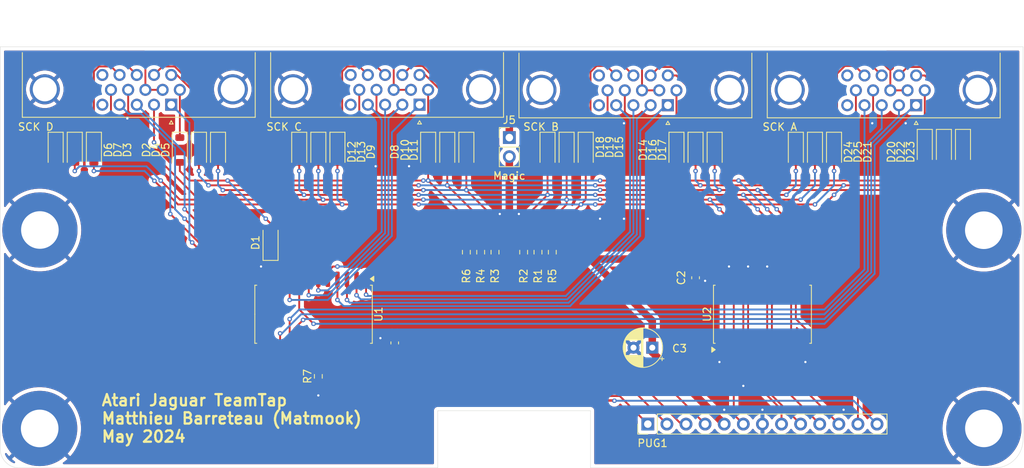
<source format=kicad_pcb>
(kicad_pcb (version 20240108) (generator "pcbnew") (generator_version "8.0")
  (layers (0 "F.Cu" signal) (31 "B.Cu" signal) (34 "B.Paste" user) (35 "F.Paste" user) (36 "B.SilkS" user "B.Silkscreen") (37 "F.SilkS" user "F.Silkscreen") (38 "B.Mask" user) (39 "F.Mask" user) (44 "Edge.Cuts" user))
  (net 0 "")
  (net 1 "/~{COL4D}")
  (net 2 "Net-(D6-K)")
  (net 3 "Net-(D5-K)")
  (net 4 "Net-(D3-K)")
  (net 5 "Net-(D2-K)")
  (net 6 "Net-(D4-K)")
  (net 7 "+5V")
  (net 8 "/VDDPAD")
  (net 9 "/~{COL3D}")
  (net 10 "/~{COL2D}")
  (net 12 "GND")
  (net 14 "/~{COL1D}")
  (net 15 "Net-(D7-K)")
  (net 16 "/COL1")
  (net 17 "/ROW3")
  (net 18 "/ROW2")
  (net 19 "/ROW4")
  (net 20 "/ROW5")
  (net 21 "/COL3")
  (net 22 "/COL2")
  (net 23 "/ROW1")
  (net 24 "/COL4")
  (net 25 "/ROW6")
  (net 26 "/~{COL1B}")
  (net 27 "/~{COL3C}")
  (net 28 "/~{COL2A}")
  (net 29 "/~{COL1C}")
  (net 30 "/~{COL4A}")
  (net 31 "/~{COL2C}")
  (net 34 "/~{COL2B}")
  (net 41 "/~{COL1A}")
  (net 42 "/~{MUX_ENABLE}")
  (net 43 "/~{COL3B}")
  (net 44 "/~{COL3A}")
  (net 45 "/~{COL4B}")
  (net 46 "/~{COL4C}")
  (net 47 "Net-(D12-K)")
  (net 48 "Net-(D13-K)")
  (net 49 "Net-(D9-K)")
  (net 50 "/PU1")
  (net 51 "/PU2")
  (net 52 "/PU3")
  (net 53 "/PU4")
  (net 54 "/PU5")
  (net 55 "/PU6")
  (net 56 "Net-(D11-K)")
  (net 57 "Net-(D10-K)")
  (net 58 "Net-(D8-K)")
  (net 59 "Net-(D18-K)")
  (net 60 "Net-(D17-K)")
  (net 61 "Net-(D14-K)")
  (net 62 "Net-(D19-K)")
  (net 63 "Net-(D15-K)")
  (net 64 "Net-(D16-K)")
  (net 65 "Net-(D20-K)")
  (net 66 "Net-(D25-K)")
  (net 67 "Net-(D23-K)")
  (net 68 "Net-(D22-K)")
  (net 69 "Net-(D24-K)")
  (net 70 "Net-(D21-K)")
  (footprint "Diode_SMD:D_SOD-123" (layer "F.Cu") (at 217.17 107.95 -90)
    (property "Reference" "D22")
    (property "Value" "D" (hide yes))
  )
  (footprint "Resistor_SMD:R_0603_1608Metric_Pad0.98x0.95mm_HandSolder" (layer "F.Cu") (at 161.29 121.92 90)
    (property "Reference" "R2")
    (property "Value" "4.7K" (hide yes))
  )
  (footprint "Diode_SMD:D_SOD-123" (layer "F.Cu") (at 164.465 108.33 -90)
    (property "Reference" "D18")
    (property "Value" "D" (hide yes))
  )
  (footprint "Diode_SMD:D_SOD-123" (layer "F.Cu") (at 136.525 108.33 -90)
    (property "Reference" "D9")
    (property "Value" "D" (hide yes))
  )
  (footprint "Diode_SMD:D_SOD-123" (layer "F.Cu") (at 104.14 108.33 -90)
    (property "Reference" "D3")
    (property "Value" "D" (hide yes))
  )
  (footprint "Diode_SMD:D_SOD-123" (layer "F.Cu") (at 120.65 108.33 -90)
    (property "Reference" "D5")
    (property "Value" "D" (hide yes))
  )
  (footprint "Capacitor_THT:CP_Radial_D5.0mm_P2.50mm" (layer "F.Cu") (at 178.395 134.62 180)
    (property "Reference" "C3")
    (property "Value" "4.7µF" (hide yes))
  )
  (footprint "Diode_SMD:D_SOD-123" (layer "F.Cu") (at 181.61 108.33 -90)
    (property "Reference" "D14")
    (property "Value" "D" (hide yes))
  )
  (footprint "Diode_SMD:D_SOD-123" (layer "F.Cu") (at 200.025 108.33 -90)
    (property "Reference" "D25")
    (property "Value" "D" (hide yes))
  )
  (footprint "Diode_SMD:D_SOD-123" (layer "F.Cu") (at 133.985 108.33 -90)
    (property "Reference" "D13")
    (property "Value" "D" (hide yes))
  )
  (footprint "Diode_SMD:D_SOD-123" (layer "F.Cu") (at 184.15 108.33 -90)
    (property "Reference" "D16")
    (property "Value" "D" (hide yes))
  )
  (footprint "Connector_PinHeader_2.54mm:PinHeader_1x13_P2.54mm_Vertical" (layer "F.Cu") (at 177.8 144.78 90)
    (property "Reference" "PUG1")
    (property "Value" "Conn_01x13" (hide yes))
  )
  (footprint "Diode_SMD:D_SOD-123" (layer "F.Cu") (at 118.11 108.33 -90)
    (property "Reference" "D4")
    (property "Value" "D" (hide yes))
  )
  (footprint "Diode_SMD:D_SOD-123" (layer "F.Cu") (at 214.63 107.95 -90)
    (property "Reference" "D20")
    (property "Value" "D" (hide yes))
  )
  (footprint "Resistor_SMD:R_0603_1608Metric_Pad0.98x0.95mm_HandSolder" (layer "F.Cu") (at 155.575 121.92 90)
    (property "Reference" "R4")
    (property "Value" "4.7K" (hide yes))
  )
  (footprint "Diode_SMD:D_SOD-123" (layer "F.Cu") (at 219.71 107.95 -90)
    (property "Reference" "D23")
    (property "Value" "D" (hide yes))
  )
  (footprint "Resistor_SMD:R_0603_1608Metric_Pad0.98x0.95mm_HandSolder" (layer "F.Cu") (at 163.195 121.92 90)
    (property "Reference" "R1")
    (property "Value" "4.7K" (hide yes))
  )
  (footprint "Connector_Dsub:DSUB-15-HD_Male_Horizontal_P2.29x1.98mm_EdgePinOffset3.03mm_Housed_MountingHolesOffset4.94mm" (layer "F.Cu") (at 213.485 102.38 180)
    (property "Reference" "J4" (hide yes))
    (property "Value" "SCK A")
  )
  (footprint "Connector_PinHeader_2.54mm:PinHeader_1x02_P2.54mm_Vertical" (layer "F.Cu") (at 159.385 106.68)
    (property "Reference" "J5")
    (property "Value" "Magic")
  )
  (footprint "Capacitor_SMD:C_0603_1608Metric_Pad1.08x0.95mm_HandSolder" (layer "F.Cu") (at 144.145 133.985 90)
    (property "Reference" "C1" (hide yes))
    (property "Value" "100nF" (hide yes))
  )
  (footprint "Diode_SMD:D_SOD-123" (layer "F.Cu") (at 131.445 108.33 -90)
    (property "Reference" "D12")
    (property "Value" "D" (hide yes))
  )
  (footprint "Connector_Dsub:DSUB-15-HD_Male_Horizontal_P2.29x1.98mm_EdgePinOffset3.03mm_Housed_MountingHolesOffset4.94mm" (layer "F.Cu") (at 180.465 102.38 180)
    (property "Reference" "J3" (hide yes))
    (property "Value" "SCK B")
  )
  (footprint "Resistor_SMD:R_0603_1608Metric_Pad0.98x0.95mm_HandSolder" (layer "F.Cu") (at 133.985 138.43 90)
    (property "Reference" "R7")
    (property "Value" "1K" (hide yes))
  )
  (footprint "Diode_SMD:D_SOD-123" (layer "F.Cu") (at 169.545 108.33 -90)
    (property "Reference" "D15")
    (property "Value" "D" (hide yes))
  )
  (footprint "Diode_SMD:D_SOD-123" (layer "F.Cu") (at 153.67 108.33 -90)
    (property "Reference" "D11")
    (property "Value" "D" (hide yes))
  )
  (footprint "Diode_SMD:D_SOD-123" (layer "F.Cu") (at 167.005 108.33 -90)
    (property "Reference" "D19")
    (property "Value" "D" (hide yes))
  )
  (footprint "Diode_SMD:D_SOD-123" (layer "F.Cu") (at 101.6 108.33 -90)
    (property "Reference" "D7")
    (property "Value" "D" (hide yes))
  )
  (footprint "Diode_SMD:D_SOD-123" (layer "F.Cu") (at 127.635 120.65 90)
    (property "Reference" "D1")
    (property "Value" "D" (hide yes))
  )
  (footprint "Connector_Dsub:DSUB-15-HD_Male_Horizontal_P2.29x1.98mm_EdgePinOffset3.03mm_Housed_MountingHolesOffset4.94mm" (layer "F.Cu") (at 114.425 102.31 180)
    (property "Reference" "J1" (hide yes))
    (property "Value" "SCK D")
  )
  (footprint "MountingHole:MountingHole_5mm_Pad_TopBottom" (layer "F.Cu") (at 96.96 118.97)
    (property "Reference" "H2" (hide yes))
    (property "Value" "MountingHole_Pad" (hide yes))
  )
  (footprint "Package_SO:SOIC-20W_7.5x12.8mm_P1.27mm" (layer "F.Cu") (at 193.04 130.175 90)
    (property "Reference" "U2")
    (property "Value" "74HC244")
  )
  (footprint "Diode_SMD:D_SOD-123" (layer "F.Cu") (at 148.59 108.33 -90)
    (property "Reference" "D8")
    (property "Value" "D" (hide yes))
  )
  (footprint "Diode_SMD:D_SOD-123" (layer "F.Cu") (at 99.06 108.33 -90)
    (property "Reference" "D6")
    (property "Value" "D" (hide yes))
  )
  (footprint "MountingHole:MountingHole_5mm_Pad_TopBottom" (layer "F.Cu") (at 222.49 145.35)
    (property "Reference" "H4" (hide yes))
    (property "Value" "MountingHole_Pad" (hide yes))
  )
  (footprint "Resistor_SMD:R_0603_1608Metric_Pad0.98x0.95mm_HandSolder" (layer "F.Cu") (at 153.67 121.92 90)
    (property "Reference" "R6")
    (property "Value" "4.7K" (hide yes))
  )
  (footprint "Resistor_SMD:R_0603_1608Metric_Pad0.98x0.95mm_HandSolder" (layer "F.Cu") (at 165.1 121.92 90)
    (property "Reference" "R5")
    (property "Value" "4.7K" (hide yes))
  )
  (footprint "Diode_SMD:D_SOD-123" (layer "F.Cu") (at 151.13 108.33 -90)
    (property "Reference" "D10")
    (property "Value" "D" (hide yes))
  )
  (footprint "MountingHole:MountingHole_5mm_Pad_TopBottom" (layer "F.Cu") (at 222.48 119)
    (property "Reference" "H3" (hide yes))
    (property "Value" "MountingHole_Pad" (hide yes))
  )
  (footprint "Connector_Dsub:DSUB-15-HD_Male_Horizontal_P2.29x1.98mm_EdgePinOffset3.03mm_Housed_MountingHolesOffset4.94mm" (layer "F.Cu") (at 147.445 102.31 180)
    (property "Reference" "J2" (hide yes))
    (property "Value" "SCK C")
  )
  (footprint "Diode_SMD:D_SOD-123" (layer "F.Cu") (at 202.565 108.33 -90)
    (property "Reference" "D21")
    (property "Value" "D" (hide yes))
  )
  (footprint "Resistor_SMD:R_0603_1608Metric_Pad0.98x0.95mm_HandSolder" (layer "F.Cu") (at 157.48 121.92 90)
    (property "Reference" "R3")
    (property "Value" "4.7K" (hide yes))
  )
  (footprint "MountingHole:MountingHole_5mm_Pad_TopBottom" (layer "F.Cu") (at 96.93 145.36)
    (property "Reference" "H1" (hide yes))
    (property "Value" "MountingHole_Pad" (hide yes))
  )
  (footprint "Package_SO:SOIC-24W_7.5x15.4mm_P1.27mm" (layer "F.Cu") (at 133.35 130.175 -90)
    (property "Reference" "U1")
    (property "Value" "74154")
  )
  (footprint "Diode_SMD:D_SOD-123" (layer "F.Cu") (at 186.69 108.33 -90)
    (property "Reference" "D17")
    (property "Value" "D" (hide yes))
  )
  (footprint "Capacitor_SMD:C_0603_1608Metric_Pad1.08x0.95mm_HandSolder" (layer "F.Cu") (at 184.15 125.3225 -90)
    (property "Reference" "C2")
    (property "Value" "100nF" (hide yes))
  )
  (footprint "Diode_SMD:D_SOD-123" (layer "F.Cu") (at 197.485 108.33 -90)
    (property "Reference" "D24")
    (property "Value" "D" (hide yes))
  )
  (footprint "Diode_SMD:D_SOD-123" (layer "F.Cu") (at 115.57 108.33 -90)
    (property "Reference" "D2")
    (property "Value" "D" (hide yes))
  )
  (gr_arc (start 227.699923 146.800923) (mid 226.584 149.495) (end 223.889923 150.610923) (stroke (width 0.05)) (layer "Edge.Cuts"))
  (gr_line (start 94.230051 150.608949) (end 149.86 150.61) (stroke (width 0.05)) (layer "Edge.Cuts"))
  (gr_line (start 170.18 150.61) (end 170.18 143.002) (stroke (width 0.05)) (layer "Edge.Cuts"))
  (gr_line (start 227.699923 146.800923) (end 227.694 94.615) (stroke (width 0.05)) (layer "Edge.Cuts"))
  (gr_line (start 91.694 94.615) (end 91.690051 148.068949) (stroke (width 0.05)) (layer "Edge.Cuts"))
  (gr_line (start 170.18 150.61) (end 223.889923 150.610923) (stroke (width 0.05)) (layer "Edge.Cuts"))
  (gr_line (start 170.18 143.002) (end 149.86 143.002) (stroke (width 0.05)) (layer "Edge.Cuts"))
  (gr_line (start 227.694 94.615) (end 91.694 94.615) (stroke (width 0.05)) (layer "Edge.Cuts"))
  (gr_line (start 149.86 143.002) (end 149.86 150.61) (stroke (width 0.05)) (layer "Edge.Cuts"))
  (gr_arc (start 94.230051 150.608949) (mid 92.434 149.865) (end 91.690051 148.068949) (stroke (width 0.05)) (layer "Edge.Cuts"))
  (gr_text "Atari Jaguar TeamTap\nMatthieu Barreteau (Matmook)\nMay 2024 " (at 105.029 147.32 0) (layer "F.SilkS") (effects (font (size 1.5 1.5) (thickness 0.3) (bold yes)) (justify left bottom)))
  (segment (start 125.73 127) (end 126.365 127) (width 0.25) (layer "F.Cu") (net 1))
  (segment (start 128.905 125.525) (end 128.905 126.549999) (width 0.25) (layer "F.Cu") (net 1))
  (segment (start 116.205 117.475) (end 125.73 127) (width 0.25) (layer "F.Cu") (net 1))
  (segment (start 128.905 126.549999) (end 128.454999 127) (width 0.25) (layer "F.Cu") (net 1))
  (segment (start 128.454999 127) (end 126.365 127) (width 0.25) (layer "F.Cu") (net 1))
  (via (at 116.205 117.475) (size 0.6) (drill 0.3) (layers "F.Cu" "B.Cu") (net 1))
  (segment (start 116.205 117.475) (end 114.935 116.205) (width 0.25) (layer "B.Cu") (net 1))
  (segment (start 114.935 116.205) (end 114.935 108.036396) (width 0.25) (layer "B.Cu") (net 1))
  (segment (start 114.935 108.036396) (end 110.413604 103.515) (width 0.25) (layer "B.Cu") (net 1))
  (segment (start 108.76 103.515) (end 107.555 102.31) (width 0.25) (layer "B.Cu") (net 1))
  (segment (start 110.413604 103.515) (end 108.76 103.515) (width 0.25) (layer "B.Cu") (net 1))
  (segment (start 99.06 105.595) (end 103.69 100.965) (width 0.25) (layer "F.Cu") (net 2))
  (segment (start 108.27 96.775) (end 109.845 98.35) (width 0.25) (layer "F.Cu") (net 2))
  (segment (start 103.69 100.965) (end 103.69 97.697612) (width 0.25) (layer "F.Cu") (net 2))
  (segment (start 99.06 106.68) (end 99.06 105.595) (width 0.25) (layer "F.Cu") (net 2))
  (segment (start 103.69 97.697612) (end 104.612612 96.775) (width 0.25) (layer "F.Cu") (net 2))
  (segment (start 104.612612 96.775) (end 108.27 96.775) (width 0.25) (layer "F.Cu") (net 2))
  (segment (start 113.26 97.225) (end 112.135 98.35) (width 0.25) (layer "F.Cu") (net 3))
  (segment (start 120.65 106.3) (end 120.65 102.984009) (width 0.25) (layer "F.Cu") (net 3))
  (segment (start 114.890991 97.225) (end 113.26 97.225) (width 0.25) (layer "F.Cu") (net 3))
  (segment (start 120.65 102.984009) (end 114.890991 97.225) (width 0.25) (layer "F.Cu") (net 3))
  (segment (start 106.41 104.41) (end 106.41 100.33) (width 0.25) (layer "F.Cu") (net 4))
  (segment (start 104.14 106.68) (end 106.41 104.41) (width 0.25) (layer "F.Cu") (net 4))
  (segment (start 115.57 106.3) (end 115.57 100.33) (width 0.25) (layer "F.Cu") (net 5))
  (segment (start 115.180991 98.35) (end 114.425 98.35) (width 0.25) (layer "F.Cu") (net 6))
  (segment (start 118.11 101.279009) (end 115.180991 98.35) (width 0.25) (layer "F.Cu") (net 6))
  (segment (start 118.11 106.3) (end 118.11 101.279009) (width 0.25) (layer "F.Cu") (net 6))
  (segment (start 166.37 122.8325) (end 167.005 122.8325) (width 1) (layer "F.Cu") (net 7))
  (segment (start 187.96 144.78) (end 181.61 138.43) (width 1) (layer "F.Cu") (net 7))
  (segment (start 178.395 135.215) (end 178.395 133.985) (width 1) (layer "F.Cu") (net 7))
  (segment (start 143.94 138.43) (end 140.335 134.825) (width 1) (layer "F.Cu") (net 7))
  (segment (start 181.61 138.43) (end 143.94 138.43) (width 1) (layer "F.Cu") (net 7))
  (segment (start 178.395 131.0475) (end 170.18 122.8325) (width 1) (layer "F.Cu") (net 7))
  (segment (start 168.275 122.8325) (end 170.18 122.8325) (width 1) (layer "F.Cu") (net 7))
  (segment (start 184.15 123.825) (end 184.8875 123.0875) (width 1) (layer "F.Cu") (net 7))
  (segment (start 187.325 125.525) (end 185.84 124.04) (width 0.25) (layer "F.Cu") (net 7))
  (segment (start 167.005 122.8325) (end 166.6475 122.8325) (width 1) (layer "F.Cu") (net 7))
  (segment (start 184.6325 122.8325) (end 170.18 122.8325) (width 1) (layer "F.Cu") (net 7))
  (segment (start 140.3575 134.8475) (end 140.335 134.825) (width 1) (layer "F.Cu") (net 7))
  (segment (start 185.84 124.04) (end 185.5225 123.7225) (width 1) (layer "F.Cu") (net 7))
  (segment (start 153.67 122.8325) (end 159.385 122.8325) (width 1) (layer "F.Cu") (net 7))
  (segment (start 178.395 133.985) (end 178.395 131.0475) (width 1) (layer "F.Cu") (net 7))
  (segment (start 184.8875 123.0875) (end 184.6325 122.8325) (width 1) (layer "F.Cu") (net 7))
  (segment (start 181.61 138.43) (end 178.395 135.215) (width 1) (layer "F.Cu") (net 7))
  (segment (start 159.385 109.22) (end 159.385 122.8325) (width 1) (layer "F.Cu") (net 7))
  (segment (start 159.385 122.8325) (end 166.37 122.8325) (width 1) (layer "F.Cu") (net 7))
  (segment (start 185.5225 123.7225) (end 184.8875 123.0875) (width 1) (layer "F.Cu") (net 7))
  (segment (start 144.145 134.8475) (end 140.3575 134.8475) (width 1) (layer "F.Cu") (net 7))
  (segment (start 184.15 124.46) (end 184.15 123.825) (width 1) (layer "F.Cu") (net 7))
  (segment (start 167.005 122.8325) (end 168.275 122.8325) (width 1) (layer "F.Cu") (net 7))
  (segment (start 210.05 100.4) (end 212.34 100.4) (width 0.25) (layer "F.Cu") (net 8))
  (segment (start 176.525 95.88) (end 177.165 96.52) (width 1) (layer "F.Cu") (net 8))
  (segment (start 177.03 96.655) (end 177.165 96.52) (width 0.25) (layer "F.Cu") (net 8))
  (segment (start 159.385 97.663) (end 161.168 95.88) (width 1) (layer "F.Cu") (net 8))
  (segment (start 177.03 100.4) (end 177.03 96.655) (width 0.25) (layer "F.Cu") (net 8))
  (segment (start 208.648 95.88) (end 210.05 97.282) (width 1) (layer "F.Cu") (net 8))
  (segment (start 110.99 100.33) (end 113.28 100.33) (width 0.25) (layer "F.Cu") (net 8))
  (segment (start 161.168 95.88) (end 176.525 95.88) (width 1) (layer "F.Cu") (net 8))
  (segment (start 110.99 100.33) (end 110.99 96.655) (width 0.25) (layer "F.Cu") (net 8))
  (segment (start 210.23 100.4) (end 210.75 100.4) (width 0.25) (layer "F.Cu") (net 8))
  (segment (start 177.165 96.52) (end 177.805 95.88) (width 1) (layer "F.Cu") (net 8))
  (segment (start 157.672 95.95) (end 159.385 97.663) (width 1) (layer "F.Cu") (net 8))
  (segment (start 177.03 100.4) (end 179.32 100.4) (width 0.25) (layer "F.Cu") (net 8))
  (segment (start 110.99 96.655) (end 111.125 96.52) (width 0.25) (layer "F.Cu") (net 8))
  (segment (start 210.05 100.4) (end 210.05 97.282) (width 0.25) (layer "F.Cu") (net 8))
  (segment (start 159.385 106.045) (end 159.385 97.663) (width 1) (layer "F.Cu") (net 8))
  (segment (start 111.125 96.52) (end 111.695 95.95) (width 1) (layer "F.Cu") (net 8))
  (segment (start 144.01 100.33) (end 144.01 96.385) (width 0.25) (layer "F.Cu") (net 8))
  (segment (start 177.805 95.88) (end 208.648 95.88) (width 1) (layer "F.Cu") (net 8))
  (segment (start 144.01 100.33) (end 146.3 100.33) (width 0.25) (layer "F.Cu") (net 8))
  (segment (start 111.695 95.95) (end 157.672 95.95) (width 1) (layer "F.Cu") (net 8))
  (segment (start 122.3 122.3) (end 116.205 116.205) (width 0.25) (layer "F.Cu") (net 9))
  (segment (start 127.635 122.3) (end 122.3 122.3) (width 0.25) (layer "F.Cu") (net 9))
  (segment (start 127.635 125.525) (end 127.635 122.3) (width 0.25) (layer "F.Cu") (net 9))
  (via (at 116.205 116.205) (size 0.6) (drill 0.3) (layers "F.Cu" "B.Cu") (net 9))
  (segment (start 116.205 116.205) (end 116.205 108.67) (width 0.25) (layer "B.Cu") (net 9))
  (segment (start 112.9875 105.4525) (end 109.845 102.31) (width 0.25) (layer "B.Cu") (net 9))
  (segment (start 116.205 108.67) (end 112.9875 105.4525) (width 0.25) (layer "B.Cu") (net 9))
  (segment (start 127.635 130.175) (end 114.3 116.84) (width 0.25) (layer "F.Cu") (net 10))
  (segment (start 127.635 134.825) (end 127.635 130.175) (width 0.25) (layer "F.Cu") (net 10))
  (segment (start 112.135 107.315) (end 112.135 102.31) (width 0.25) (layer "F.Cu") (net 10))
  (via (at 112.135 107.315) (size 0.6) (drill 0.3) (layers "F.Cu" "B.Cu") (net 10))
  (via (at 114.3 116.84) (size 0.6) (drill 0.3) (layers "F.Cu" "B.Cu") (net 10))
  (segment (start 114.3 109.48) (end 112.135 107.315) (width 0.25) (layer "B.Cu") (net 10))
  (segment (start 114.3 116.84) (end 114.3 109.48) (width 0.25) (layer "B.Cu") (net 10))
  (segment (start 187.325 134.825) (end 187.325 136.525) (width 0.25) (layer "F.Cu") (net 12))
  (segment (start 141.605 110.49) (end 141.72 110.375) (width 0.25) (layer "F.Cu") (net 12))
  (segment (start 126.365 125.525) (end 126.365 123.825) (width 0.25) (layer "F.Cu") (net 12))
  (segment (start 108.7 104.025) (end 108.585 104.14) (width 0.25) (layer "F.Cu") (net 12))
  (segment (start 141.605 110.49) (end 146.05 110.49) (width 1) (layer "F.Cu") (net 12))
  (segment (start 174.74 104.66) (end 174.625 104.775) (width 0.25) (layer "F.Cu") (net 12))
  (segment (start 171.45 117.475) (end 174.625 117.475) (width 1) (layer "F.Cu") (net 12))
  (segment (start 174.625 117.475) (end 177.8 117.475) (width 1) (layer "F.Cu") (net 12))
  (segment (start 184.15 126.185) (end 184.965 126.185) (width 1) (layer "F.Cu") (net 12))
  (segment (start 133.985 139.3425) (end 133.985 140.97) (width 0.25) (layer "F.Cu") (net 12))
  (segment (start 108.7 100.33) (end 108.7 104.025) (width 0.25) (layer "F.Cu") (net 12))
  (segment (start 188.595 125.525) (end 188.595 123.825) (width 0.25) (layer "F.Cu") (net 12))
  (segment (start 184.965 126.185) (end 185.42 125.73) (width 1) (layer "F.Cu") (net 12))
  (segment (start 174.74 100.4) (end 174.74 104.66) (width 0.25) (layer "F.Cu") (net 12))
  (segment (start 207.76 100.4) (end 207.76 104.66) (width 0.25) (layer "F.Cu") (net 12))
  (segment (start 141.72 110.375) (end 141.72 100.33) (width 0.25) (layer "F.Cu") (net 12))
  (segment (start 144.145 133.1225) (end 142.4675 133.1225) (width 1) (layer "F.Cu") (net 12))
  (segment (start 193.675 125.525) (end 193.675 123.825) (width 0.25) (layer "F.Cu") (net 12))
  (segment (start 142.4675 133.1225) (end 142.24 133.35) (width 1) (layer "F.Cu") (net 12))
  (segment (start 198.755 134.825) (end 198.755 136.525) (width 0.25) (layer "F.Cu") (net 12))
  (segment (start 207.645 104.775) (end 212.09 104.775) (width 1) (layer "F.Cu") (net 12))
  (segment (start 207.76 104.66) (end 207.645 104.775) (width 0.25) (layer "F.Cu") (net 12))
  (segment (start 191.135 125.525) (end 191.135 123.825) (width 0.25) (layer "F.Cu") (net 12))
  (via (at 158.115 116.84) (size 0.6) (drill 0.3) (layers "F.Cu" "B.Cu") (net 12))
  (via (at 108.585 104.14) (size 0.6) (drill 0.3) (layers "F.Cu" "B.Cu") (net 12))
  (via (at 191.135 123.825) (size 0.6) (drill 0.3) (layers "F.Cu" "B.Cu") (net 12))
  (via (at 174.625 104.775) (size 0.6) (drill 0.3) (layers "F.Cu" "B.Cu") (net 12))
  (via (at 193.04 142.875) (size 0.6) (drill 0.3) (layers "F.Cu" "B.Cu") (net 12))
  (via (at 187.325 136.525) (size 0.6) (drill 0.3) (layers "F.Cu" "B.Cu") (net 12))
  (via (at 126.365 123.825) (size 0.6) (drill 0.3) (layers "F.Cu" "B.Cu") (net 12))
  (via (at 187.96 142.875) (size 0.6) (drill 0.3) (layers "F.Cu" "B.Cu") (net 12))
  (via (at 174.625 117.475) (size 0.6) (drill 0.3) (layers "F.Cu" "B.Cu") (net 12))
  (via (at 207.645 104.775) (size 0.6) (drill 0.3) (layers "F.Cu" "B.Cu") (net 12))
  (via (at 193.675 123.825) (size 0.6) (drill 0.3) (layers "F.Cu" "B.Cu") (net 12))
  (via (at 188.595 123.825) (size 0.6) (drill 0.3) (layers "F.Cu" "B.Cu") (net 12))
  (via (at 141.605 110.49) (size 0.6) (drill 0.3) (layers "F.Cu" "B.Cu") (net 12))
  (via (at 177.8 117.475) (size 0.6) (drill 0.3) (layers "F.Cu" "B.Cu") (net 12))
  (via (at 160.655 116.84) (size 0.6) (drill 0.3) (layers "F.Cu" "B.Cu") (net 12))
  (via (at 185.42 125.73) (size 0.6) (drill 0.3) (layers "F.Cu" "B.Cu") (net 12))
  (via (at 190.5 139.7) (size 0.6) (drill 0.3) (layers "F.Cu" "B.Cu") (net 12))
  (via (at 142.24 133.35) (size 0.6) (drill 0.3) (layers "F.Cu" "B.Cu") (net 12))
  (via (at 212.09 104.775) (size 0.6) (drill 0.3) (layers "F.Cu" "B.Cu") (net 12))
  (via (at 171.45 117.475) (size 0.6) (drill 0.3) (layers "F.Cu" "B.Cu") (net 12))
  (via (at 203.835 142.875) (size 0.6) (drill 0.3) (layers "F.Cu" "B.Cu") (net 12))
  (via (at 198.755 136.525) (size 0.6) (drill 0.3) (layers "F.Cu" "B.Cu") (net 12))
  (via (at 146.05 110.49) (size 0.6) (drill 0.3) (layers "F.Cu" "B.Cu") (net 12))
  (via (at 133.985 140.97) (size 0.6) (drill 0.3) (layers "F.Cu" "B.Cu") (net 12))
  (segment (start 117.210535 120.634419) (end 125.095698 128.519582) (width 0.25) (layer "F.Cu") (net 14))
  (segment (start 125.095698 128.519582) (end 125.095698 135.256606) (width 0.25) (layer "F.Cu") (net 14))
  (segment (start 125.095698 135.256606) (end 126.464092 136.625) (width 0.25) (layer "F.Cu") (net 14))
  (segment (start 131.445 135.892304) (end 131.445 134.825) (width 0.25) (layer "F.Cu") (net 14))
  (segment (start 126.464092 136.625) (end 130.712304 136.625) (width 0.25) (layer "F.Cu") (net 14))
  (segment (start 130.712304 136.625) (end 131.445 135.892304) (width 0.25) (layer "F.Cu") (net 14))
  (via (at 117.210535 120.634419) (size 0.6) (drill 0.3) (layers "F.Cu" "B.Cu") (net 14))
  (segment (start 116.84 104.725) (end 116.84 120.263884) (width 0.25) (layer "B.Cu") (net 14))
  (segment (start 114.425 102.31) (end 116.84 104.725) (width 0.25) (layer "B.Cu") (net 14))
  (segment (start 116.84 120.263884) (end 117.210535 120.634419) (width 0.25) (layer "B.Cu") (net 14))
  (segment (start 104.799009 97.225) (end 106.43 97.225) (width 0.25) (layer "F.Cu") (net 15))
  (segment (start 106.43 97.225) (end 107.555 98.35) (width 0.25) (layer "F.Cu") (net 15))
  (segment (start 104.14 97.88401) (end 104.504505 97.519505) (width 0.25) (layer "F.Cu") (net 15))
  (segment (start 104.504505 97.519505) (end 104.799009 97.225) (width 0.25) (layer "F.Cu") (net 15))
  (segment (start 101.6 106.68) (end 104.14 104.14) (width 0.25) (layer "F.Cu") (net 15))
  (segment (start 104.14 104.14) (end 104.14 97.88401) (width 0.25) (layer "F.Cu") (net 15))
  (segment (start 180.34 139.7) (end 185.42 144.78) (width 0.25) (layer "F.Cu") (net 16))
  (segment (start 139.065 135.849999) (end 142.915001 139.7) (width 0.25) (layer "F.Cu") (net 16))
  (segment (start 142.915001 139.7) (end 180.34 139.7) (width 0.25) (layer "F.Cu") (net 16))
  (segment (start 139.065 134.825) (end 139.065 135.849999) (width 0.25) (layer "F.Cu") (net 16))
  (segment (start 194.945 128.27) (end 194.945 125.525) (width 0.25) (layer "F.Cu") (net 17))
  (segment (start 194.3 128.915) (end 194.945 128.27) (width 0.25) (layer "F.Cu") (net 17))
  (segment (start 194.3 140.96) (end 194.3 128.915) (width 0.25) (layer "F.Cu") (net 17))
  (segment (start 198.12 144.78) (end 194.3 140.96) (width 0.25) (layer "F.Cu") (net 17))
  (segment (start 192.405 125.525) (end 192.405 126.549999) (width 0.25) (layer "F.Cu") (net 18))
  (segment (start 190.5 128.454999) (end 190.5 137.796396) (width 0.25) (layer "F.Cu") (net 18))
  (segment (start 192.405 126.549999) (end 190.5 128.454999) (width 0.25) (layer "F.Cu") (net 18))
  (segment (start 190.5 137.796396) (end 195.58 142.876396) (width 0.25) (layer "F.Cu") (net 18))
  (segment (start 195.58 142.876396) (end 195.58 144.78) (width 0.25) (layer "F.Cu") (net 18))
  (segment (start 194.945 139.065) (end 194.945 134.825) (width 0.25) (layer "F.Cu") (net 19))
  (segment (start 200.66 144.78) (end 194.945 139.065) (width 0.25) (layer "F.Cu") (net 19))
  (segment (start 203.2 144.78) (end 197.485 139.065) (width 0.25) (layer "F.Cu") (net 20))
  (segment (start 197.485 139.065) (end 197.485 134.825) (width 0.25) (layer "F.Cu") (net 20))
  (segment (start 136.525 135.849999) (end 136.525 134.825) (width 0.25) (layer "F.Cu") (net 21))
  (segment (start 180.34 144.78) (end 176.16 140.6) (width 0.25) (layer "F.Cu") (net 21))
  (segment (start 141.275001 140.6) (end 136.525 135.849999) (width 0.25) (layer "F.Cu") (net 21))
  (segment (start 176.16 140.6) (end 141.275001 140.6) (width 0.25) (layer "F.Cu") (net 21))
  (segment (start 182.88 144.78) (end 182.245 144.78) (width 0.25) (layer "F.Cu") (net 22))
  (segment (start 177.615 140.15) (end 142.095001 140.15) (width 0.25) (layer "F.Cu") (net 22))
  (segment (start 142.095001 140.15) (end 137.795 135.849999) (width 0.25) (layer "F.Cu") (net 22))
  (segment (start 137.795 135.849999) (end 137.795 134.825) (width 0.25) (layer "F.Cu") (net 22))
  (segment (start 182.245 144.78) (end 177.615 140.15) (width 0.25) (layer "F.Cu") (net 22))
  (segment (start 189.23 143.51) (end 189.23 126.16) (width 0.25) (layer "F.Cu") (net 23))
  (segment (start 189.23 126.16) (end 189.865 125.525) (width 0.25) (layer "F.Cu") (net 23))
  (segment (start 190.5 144.78) (end 189.23 143.51) (width 0.25) (layer "F.Cu") (net 23))
  (segment (start 174.07 141.05) (end 141.049092 141.05) (width 0.25) (layer "F.Cu") (net 24))
  (segment (start 177.8 144.78) (end 174.07 141.05) (width 0.25) (layer "F.Cu") (net 24))
  (segment (start 135.255 135.255908) (end 135.255 134.825) (width 0.25) (layer "F.Cu") (net 24))
  (segment (start 141.049092 141.05) (end 135.255 135.255908) (width 0.25) (layer "F.Cu") (net 24))
  (segment (start 197.485 130.81) (end 197.485 125.525) (width 0.25) (layer "F.Cu") (net 25))
  (segment (start 205.74 139.065) (end 197.485 130.81) (width 0.25) (layer "F.Cu") (net 25))
  (segment (start 205.74 144.78) (end 205.74 139.065) (width 0.25) (layer "F.Cu") (net 25))
  (segment (start 136.525 128.27) (end 136.525 125.525) (width 0.25) (layer "F.Cu") (net 26))
  (via (at 136.525 128.27) (size 0.6) (drill 0.3) (layers "F.Cu" "B.Cu") (net 26))
  (segment (start 176.785 105.79) (end 176.785 119.76) (width 0.25) (layer "B.Cu") (net 26))
  (segment (start 180.465 102.38) (end 180.195 102.38) (width 0.25) (layer "B.Cu") (net 26))
  (segment (start 180.195 102.38) (end 176.785 105.79) (width 0.25) (layer "B.Cu") (net 26))
  (segment (start 176.785 119.76) (end 168.275 128.27) (width 0.25) (layer "B.Cu") (net 26))
  (segment (start 165.735 129.09) (end 137.345 129.09) (width 0.25) (layer "B.Cu") (net 26))
  (segment (start 137.345 129.09) (end 136.525 128.27) (width 0.25) (layer "B.Cu") (net 26))
  (segment (start 167.455 129.09) (end 165.735 129.09) (width 0.25) (layer "B.Cu") (net 26))
  (segment (start 168.275 128.27) (end 167.455 129.09) (width 0.25) (layer "B.Cu") (net 26))
  (segment (start 133.985 127) (end 133.985 125.525) (width 0.25) (layer "F.Cu") (net 27))
  (via (at 133.985 127) (size 0.6) (drill 0.3) (layers "F.Cu" "B.Cu") (net 27))
  (segment (start 142.865 119.387208) (end 142.865 102.31) (width 0.25) (layer "B.Cu") (net 27))
  (segment (start 133.985 127) (end 135.252208 127) (width 0.25) (layer "B.Cu") (net 27))
  (segment (start 135.252208 127) (end 142.865 119.387208) (width 0.25) (layer "B.Cu") (net 27))
  (segment (start 126.365 134.825) (end 126.365 135.255908) (width 0.25) (layer "F.Cu") (net 28))
  (segment (start 127.284092 136.175) (end 130.525908 136.175) (width 0.25) (layer "F.Cu") (net 28))
  (segment (start 126.365 135.255908) (end 127.284092 136.175) (width 0.25) (layer "F.Cu") (net 28))
  (segment (start 130.8 132.09) (end 131.955558 130.934442) (width 0.25) (layer "F.Cu") (net 28))
  (segment (start 130.525908 136.175) (end 130.8 135.900908) (width 0.25) (layer "F.Cu") (net 28))
  (segment (start 130.8 135.900908) (end 130.8 132.09) (width 0.25) (layer "F.Cu") (net 28))
  (via (at 131.955558 130.934442) (size 0.6) (drill 0.3) (layers "F.Cu" "B.Cu") (net 28))
  (segment (start 211.195 103.821396) (end 211.195 102.38) (width 0.25) (layer "B.Cu") (net 28))
  (segment (start 203.017792 129.09) (end 207.515 124.592792) (width 0.25) (layer "B.Cu") (net 28))
  (segment (start 132.08 130.81) (end 201.289036 130.81) (width 0.25) (layer "B.Cu") (net 28))
  (segment (start 207.515 124.592792) (end 207.515 107.501396) (width 0.25) (layer "B.Cu") (net 28))
  (segment (start 207.515 107.501396) (end 211.195 103.821396) (width 0.25) (layer "B.Cu") (net 28))
  (segment (start 203.009036 129.09) (end 203.017792 129.09) (width 0.25) (layer "B.Cu") (net 28))
  (segment (start 201.289036 130.81) (end 203.009036 129.09) (width 0.25) (layer "B.Cu") (net 28))
  (segment (start 130.175 128.27) (end 130.175 125.525) (width 0.25) (layer "F.Cu") (net 29))
  (via (at 130.175 128.27) (size 0.6) (drill 0.3) (layers "F.Cu" "B.Cu") (net 29))
  (segment (start 143.765 105.99) (end 143.765 119.76) (width 0.25) (layer "B.Cu") (net 29))
  (segment (start 143.765 119.76) (end 135.255 128.27) (width 0.25) (layer "B.Cu") (net 29))
  (segment (start 147.445 102.31) (end 143.765 105.99) (width 0.25) (layer "B.Cu") (net 29))
  (segment (start 135.255 128.27) (end 130.175 128.27) (width 0.25) (layer "B.Cu") (net 29))
  (segment (start 130.175 130.81) (end 130.175 134.825) (width 0.25) (layer "F.Cu") (net 30))
  (via (at 130.175 130.81) (size 0.6) (drill 0.3) (layers "F.Cu" "B.Cu") (net 30))
  (segment (start 206.615 124.22) (end 205.105 125.73) (width 0.25) (layer "B.Cu") (net 30))
  (segment (start 206.615 102.38) (end 206.615 124.22) (width 0.25) (layer "B.Cu") (net 30))
  (segment (start 205.105 125.73) (end 205.096244 125.73) (width 0.25) (layer "B.Cu") (net 30))
  (segment (start 201.286244 129.54) (end 131.445 129.54) (width 0.25) (layer "B.Cu") (net 30))
  (segment (start 205.096244 125.73) (end 201.286244 129.54) (width 0.25) (layer "B.Cu") (net 30))
  (segment (start 131.445 129.54) (end 130.175 130.81) (width 0.25) (layer "B.Cu") (net 30))
  (segment (start 132.715 124.597232) (end 132.715 125.525) (width 0.25) (layer "F.Cu") (net 31))
  (segment (start 132.715 127.635) (end 132.715 125.525) (width 0.25) (layer "F.Cu") (net 31))
  (via (at 132.715 127.635) (size 0.6) (drill 0.3) (layers "F.Cu" "B.Cu") (net 31))
  (segment (start 143.315 104.15) (end 143.315 119.573604) (width 0.25) (layer "B.Cu") (net 31))
  (segment (start 132.715698 127.634302) (end 132.715 127.635) (width 0.25) (layer "B.Cu") (net 31))
  (segment (start 145.155 102.31) (end 143.315 104.15) (width 0.25) (layer "B.Cu") (net 31))
  (segment (start 143.315 119.573604) (end 135.254302 127.634302) (width 0.25) (layer "B.Cu") (net 31))
  (segment (start 135.254302 127.634302) (end 132.715698 127.634302) (width 0.25) (layer "B.Cu") (net 31))
  (segment (start 177.945 102.38) (end 177.8 102.235) (width 0.25) (layer "F.Cu") (net 34))
  (segment (start 178.175 102.38) (end 177.945 102.38) (width 0.25) (layer "F.Cu") (net 34))
  (segment (start 137.795 128.27) (end 137.795 125.525) (width 0.25) (layer "F.Cu") (net 34))
  (via (at 137.795 128.27) (size 0.6) (drill 0.3) (layers "F.Cu" "B.Cu") (net 34))
  (segment (start 178.175 102.38) (end 176.335 104.22) (width 0.25) (layer "B.Cu") (net 34))
  (segment (start 176.335 104.22) (end 176.335 119.573604) (width 0.25) (layer "B.Cu") (net 34))
  (segment (start 176.335 119.573604) (end 167.268604 128.64) (width 0.25) (layer "B.Cu") (net 34))
  (segment (start 167.268604 128.64) (end 138.165 128.64) (width 0.25) (layer "B.Cu") (net 34))
  (segment (start 138.165 128.64) (end 137.795 128.27) (width 0.25) (layer "B.Cu") (net 34))
  (segment (start 131.445 125.525) (end 131.445 126.549999) (width 0.25) (layer "F.Cu") (net 41))
  (segment (start 133.35 131.445) (end 131.445 129.54) (width 0.25) (layer "F.Cu") (net 41))
  (segment (start 131.445 129.54) (end 131.445 125.525) (width 0.25) (layer "F.Cu") (net 41))
  (segment (start 213.485 102.745) (end 213.485 102.38) (width 0.25) (layer "F.Cu") (net 41))
  (via (at 133.35 131.445) (size 0.6) (drill 0.3) (layers "F.Cu" "B.Cu") (net 41))
  (segment (start 213.272792 102.38) (end 213.485 102.38) (width 0.25) (layer "B.Cu") (net 41))
  (segment (start 203.2 129.54) (end 203.204188 129.54) (width 0.25) (layer "B.Cu") (net 41))
  (segment (start 207.965 107.687792) (end 213.272792 102.38) (width 0.25) (layer "B.Cu") (net 41))
  (segment (start 203.204188 129.54) (end 207.965 124.779188) (width 0.25) (layer "B.Cu") (net 41))
  (segment (start 207.965 124.779188) (end 207.965 107.687792) (width 0.25) (layer "B.Cu") (net 41))
  (segment (start 201.295 131.445) (end 203.2 129.54) (width 0.25) (layer "B.Cu") (net 41))
  (segment (start 133.35 131.445) (end 201.295 131.445) (width 0.25) (layer "B.Cu") (net 41))
  (segment (start 172.085 141.605) (end 141.605 141.605) (width 0.25) (layer "F.Cu") (net 42))
  (segment (start 133.985 134.825) (end 133.985 137.5175) (width 0.25) (layer "F.Cu") (net 42))
  (segment (start 132.715 134.825) (end 133.985 134.825) (width 0.25) (layer "F.Cu") (net 42))
  (segment (start 173.355 141.675) (end 140.404092 141.675) (width 0.25) (layer "F.Cu") (net 42))
  (segment (start 139.699546 140.970454) (end 133.985 135.255908) (width 0.25) (layer "F.Cu") (net 42))
  (segment (start 173.285 141.605) (end 173.355 141.675) (width 0.25) (layer "F.Cu") (net 42))
  (segment (start 133.985 135.255908) (end 133.985 134.825) (width 0.25) (layer "F.Cu") (net 42))
  (segment (start 141.605 141.605) (end 140.334092 141.605) (width 0.25) (layer "F.Cu") (net 42))
  (segment (start 172.085 141.605) (end 173.285 141.605) (width 0.25) (layer "F.Cu") (net 42))
  (segment (start 140.334092 141.605) (end 139.699546 140.970454) (width 0.25) (layer "F.Cu") (net 42))
  (segment (start 140.404092 141.675) (end 139.699546 140.970454) (width 0.25) (layer "F.Cu") (net 42))
  (via (at 173.355 141.675) (size 0.6) (drill 0.3) (layers "F.Cu" "B.Cu") (net 42))
  (segment (start 208.28 144.78) (end 205.175 141.675) (width 0.25) (layer "B.Cu") (net 42))
  (segment (start 205.175 141.675) (end 173.355 141.675) (width 0.25) (layer "B.Cu") (net 42))
  (segment (start 139.065 125.525) (end 139.065 126.365) (width 0.25) (layer "F.Cu") (net 43))
  (segment (start 139.065 127.635) (end 139.065 125.525) (width 0.25) (layer "F.Cu") (net 43))
  (via (at 139.065 127.635) (size 0.6) (drill 0.3) (layers "F.Cu" "B.Cu") (net 43))
  (segment (start 167.321104 127.951104) (end 167.082208 128.19) (width 0.25) (layer "B.Cu") (net 43))
  (segment (start 175.885 119.387208) (end 167.321104 127.951104) (width 0.25) (layer "B.Cu") (net 43))
  (segment (start 143.51 128.19) (end 140.97 128.19) (width 0.25) (layer "B.Cu") (net 43))
  (segment (start 175.885 118.11) (end 175.885 116.84) (width 0.25) (layer "B.Cu") (net 43))
  (segment (start 175.885 102.38) (end 175.885 116.84) (width 0.25) (layer "B.Cu") (net 43))
  (segment (start 139.62 128.19) (end 139.065 127.635) (width 0.25) (layer "B.Cu") (net 43))
  (segment (start 140.97 128.19) (end 139.62 128.19) (width 0.25) (layer "B.Cu") (net 43))
  (segment (start 175.885 118.11) (end 175.885 119.387208) (width 0.25) (layer "B.Cu") (net 43))
  (segment (start 167.082208 128.19) (end 143.51 128.19) (width 0.25) (layer "B.Cu") (net 43))
  (segment (start 128.905 132.715) (end 128.905 134.825) (width 0.25) (layer "F.Cu") (net 44))
  (via (at 128.905 132.715) (size 0.6) (drill 0.3) (layers "F.Cu" "B.Cu") (net 44))
  (segment (start 131.693884 130.175) (end 201.28764 130.175) (width 0.25) (layer "B.Cu") (net 44))
  (segment (start 129.153884 132.715) (end 131.693884 130.175) (width 0.25) (layer "B.Cu") (net 44))
  (segment (start 203.19264 128.27) (end 203.201396 128.27) (width 0.25) (layer "B.Cu") (net 44))
  (segment (start 201.28764 130.175) (end 203.19264 128.27) (width 0.25) (layer "B.Cu") (net 44))
  (segment (start 128.905 132.715) (end 129.153884 132.715) (width 0.25) (layer "B.Cu") (net 44))
  (segment (start 203.201396 128.27) (end 207.065 124.406396) (width 0.25) (layer "B.Cu") (net 44))
  (segment (start 207.065 124.406396) (end 207.065 107.315) (width 0.25) (layer "B.Cu") (net 44))
  (segment (start 207.065 107.315) (end 208.905 105.475) (width 0.25) (layer "B.Cu") (net 44))
  (segment (start 208.905 105.475) (end 208.905 102.38) (width 0.25) (layer "B.Cu") (net 44))
  (segment (start 140.335 125.525) (end 140.335 126.365) (width 0.25) (layer "F.Cu") (net 45))
  (segment (start 140.335 127.565) (end 140.335 125.525) (width 0.25) (layer "F.Cu") (net 45))
  (via (at 140.335 127.565) (size 0.6) (drill 0.3) (layers "F.Cu" "B.Cu") (net 45))
  (segment (start 140.51 127.74) (end 140.335 127.565) (width 0.25) (layer "B.Cu") (net 45))
  (segment (start 175.435 104.22) (end 173.595 102.38) (width 0.25) (layer "B.Cu") (net 45))
  (segment (start 167.955406 126.680406) (end 166.895812 127.74) (width 0.25) (layer "B.Cu") (net 45))
  (segment (start 175.435 117.935) (end 175.435 119.200812) (width 0.25) (layer "B.Cu") (net 45))
  (segment (start 142.24 127.74) (end 140.51 127.74) (width 0.25) (layer "B.Cu") (net 45))
  (segment (start 166.895812 127.74) (end 164.465 127.74) (width 0.25) (layer "B.Cu") (net 45))
  (segment (start 164.465 127.74) (end 142.24 127.74) (width 0.25) (layer "B.Cu") (net 45))
  (segment (start 175.435 117.935) (end 175.435 104.22) (width 0.25) (layer "B.Cu") (net 45))
  (segment (start 175.435 119.200812) (end 167.955406 126.680406) (width 0.25) (layer "B.Cu") (net 45))
  (segment (start 135.930001 123.825) (end 136.525 123.825) (width 0.25) (layer "F.Cu") (net 46))
  (segment (start 135.255 124.500001) (end 135.930001 123.825) (width 0.25) (layer "F.Cu") (net 46))
  (segment (start 135.255 125.525) (end 135.255 124.500001) (width 0.25) (layer "F.Cu") (net 46))
  (via (at 136.525 123.825) (size 0.6) (drill 0.3) (layers "F.Cu" "B.Cu") (net 46))
  (segment (start 142.415 119.200812) (end 137.790812 123.825) (width 0.25) (layer "B.Cu") (net 46))
  (segment (start 140.575 102.31) (end 142.24 103.975) (width 0.25) (layer "B.Cu") (net 46))
  (segment (start 142.415 104.315) (end 142.415 114.935) (width 0.25) (layer "B.Cu") (net 46))
  (segment (start 137.790812 123.825) (end 136.525 123.825) (width 0.25) (layer "B.Cu") (net 46))
  (segment (start 142.24 103.975) (end 142.24 104.14) (width 0.25) (layer "B.Cu") (net 46))
  (segment (start 142.415 114.935) (end 142.415 119.200812) (width 0.25) (layer "B.Cu") (net 46))
  (segment (start 142.24 104.14) (end 142.415 104.315) (width 0.25) (layer "B.Cu") (net 46))
  (segment (start 131.445 106.68) (end 136.71 101.415) (width 0.25) (layer "F.Cu") (net 47))
  (segment (start 137.632613 96.775) (end 141.29 96.775) (width 0.25) (layer "F.Cu") (net 47))
  (segment (start 136.71 97.697613) (end 137.632613 96.775) (width 0.25) (layer "F.Cu") (net 47))
  (segment (start 136.71 101.415) (end 136.71 97.697613) (width 0.25) (layer "F.Cu") (net 47))
  (segment (start 141.29 96.775) (end 142.865 98.35) (width 0.25) (layer "F.Cu") (net 47))
  (segment (start 137.16 97.884009) (end 137.819009 97.225) (width 0.25) (layer "F.Cu") (net 48))
  (segment (start 137.819009 97.225) (end 139.45 97.225) (width 0.25) (layer "F.Cu") (net 48))
  (segment (start 137.16 103.505) (end 137.16 97.884009) (width 0.25) (layer "F.Cu") (net 48))
  (segment (start 133.985 106.68) (end 137.16 103.505) (width 0.25) (layer "F.Cu") (net 48))
  (segment (start 139.45 97.225) (end 140.575 98.35) (width 0.25) (layer "F.Cu") (net 48))
  (segment (start 139.43 103.775) (end 139.43 100.33) (width 0.25) (layer "F.Cu") (net 49))
  (segment (start 136.525 106.68) (end 139.43 103.775) (width 0.25) (layer "F.Cu") (net 49))
  (segment (start 163.195 119.38) (end 163.195 121.0075) (width 0.25) (layer "F.Cu") (net 50))
  (segment (start 167.005 109.98) (end 167.005 111.125) (width 0.25) (layer "F.Cu") (net 50))
  (segment (start 133.985 109.98) (end 133.985 111.125) (width 0.25) (layer "F.Cu") (net 50))
  (segment (start 198.12 114.935) (end 186.055 114.935) (width 0.25) (layer "F.Cu") (net 50))
  (segment (start 186.055 114.935) (end 171.45 114.935) (width 0.25) (layer "F.Cu") (net 50))
  (segment (start 200.025 109.98) (end 200.025 111.125) (width 0.25) (layer "F.Cu") (net 50))
  (segment (start 187.97 116.85) (end 187.325 116.205) (width 0.25) (layer "F.Cu") (net 50))
  (segment (start 137.795 114.935) (end 134.62 114.935) (width 0.25) (layer "F.Cu") (net 50))
  (segment (start 167.005 111.125) (end 167.005 114.935) (width 0.25) (layer "F.Cu") (net 50))
  (segment (start 115.57 114.935) (end 113.03 112.395) (width 0.25) (layer "F.Cu") (net 50))
  (segment (start 188.595 134.825) (end 187.97 134.2) (width 0.25) (layer "F.Cu") (net 50))
  (segment (start 101.6 111.125) (end 101.6 109.98) (width 0.25) (layer "F.Cu") (net 50))
  (segment (start 119.38 114.935) (end 115.57 114.935) (width 0.25) (layer "F.Cu") (net 50))
  (segment (start 147.955 114.935) (end 137.795 114.935) (width 0.25) (layer "F.Cu") (net 50))
  (segment (start 167.005 115.57) (end 163.195 119.38) (width 0.25) (layer "F.Cu") (net 50))
  (segment (start 167.005 114.935) (end 167.005 115.57) (width 0.25) (layer "F.Cu") (net 50))
  (segment (start 134.62 114.935) (end 119.38 114.935) (width 0.25) (layer "F.Cu") (net 50))
  (segment (start 187.97 134.2) (end 187.97 116.85) (width 0.25) (layer "F.Cu") (net 50))
  (via (at 200.025 111.125) (size 0.6) (drill 0.3) (layers "F.Cu" "B.Cu") (net 50))
  (via (at 167.005 114.935) (size 0.6) (drill 0.3) (layers "F.Cu" "B.Cu") (net 50))
  (via (at 133.985 111.125) (size 0.6) (drill 0.3) (layers "F.Cu" "B.Cu") (net 50))
  (via (at 147.955 114.935) (size 0.6) (drill 0.3) (layers "F.Cu" "B.Cu") (net 50))
  (via (at 113.03 112.395) (size 0.6) (drill 0.3) (layers "F.Cu" "B.Cu") (net 50))
  (via (at 187.325 116.205) (size 0.6) (drill 0.3) (layers "F.Cu" "B.Cu") (net 50))
  (via (at 186.055 114.935) (size 0.6) (drill 0.3) (layers "F.Cu" "B.Cu") (net 50))
  (via (at 101.6 111.125) (size 0.6) (drill 0.3) (layers "F.Cu" "B.Cu") (net 50))
  (via (at 198.12 114.935) (size 0.6) (drill 0.3) (layers "F.Cu" "B.Cu") (net 50))
  (via (at 134.62 114.935) (size 0.6) (drill 0.3) (layers "F.Cu" "B.Cu") (net 50))
  (via (at 171.45 114.935) (size 0.6) (drill 0.3) (layers "F.Cu" "B.Cu") (net 50))
  (segment (start 111.135 110.5) (end 102.225 110.5) (width 0.25) (layer "B.Cu") (net 50))
  (segment (start 200.025 111.125) (end 200.025 113.03) (width 0.25) (layer "B.Cu") (net 50))
  (segment (start 187.325 116.205) (end 186.055 114.935) (width 0.25) (layer "B.Cu") (net 50))
  (segment (start 102.225 110.5) (end 101.6 111.125) (width 0.25) (layer "B.Cu") (net 50))
  (segment (start 113.03 112.395) (end 111.135 110.5) (width 0.25) (layer "B.Cu") (net 50))
  (segment (start 133.985 114.3) (end 134.62 114.935) (width 0.25) (layer "B.Cu") (net 50))
  (segment (start 171.45 114.935) (end 147.955 114.935) (width 0.25) (layer "B.Cu") (net 50))
  (segment (start 133.985 111.125) (end 133.985 114.3) (width 0.25) (layer "B.Cu") (net 50))
  (segment (start 200.025 113.03) (end 198.12 114.935) (width 0.25) (layer "B.Cu") (net 50))
  (segment (start 191.135 128.495908) (end 193.04 126.590908) (width 0.25) (layer "F.Cu") (net 51))
  (segment (start 196.215 114.3) (end 190.5 114.3) (width 0.25) (layer "F.Cu") (net 51))
  (segment (start 112.38 109.205) (end 99.835 109.205) (width 0.25) (layer "F.Cu") (net 51))
  (segment (start 161.29 117.475) (end 161.29 121.0075) (width 0.25) (layer "F.Cu") (net 51))
  (segment (start 164.465 114.3) (end 164.465 111.125) (width 0.25) (layer "F.Cu") (net 51))
  (segment (start 197.485 109.98) (end 197.485 111.125) (width 0.25) (layer "F.Cu") (net 51))
  (segment (start 193.04 116.84) (end 192.405 116.205) (width 0.25) (layer "F.Cu") (net 51))
  (segment (start 147.32 114.3) (end 134.62 114.3) (width 0.25) (layer "F.Cu") (net 51))
  (segment (start 164.465 114.3) (end 161.29 117.475) (width 0.25) (layer "F.Cu") (net 51))
  (segment (start 134.62 114.3) (end 132.08 114.3) (width 0.25) (layer "F.Cu") (net 51))
  (segment (start 117.475 114.3) (end 112.38 109.205) (width 0.25) (layer "F.Cu") (net 51))
  (segment (start 131.445 109.98) (end 131.445 111.125) (width 0.25) (layer "F.Cu") (net 51))
  (segment (start 132.08 114.3) (end 117.475 114.3) (width 0.25) (layer "F.Cu") (net 51))
  (segment (start 193.04 126.590908) (end 193.04 116.84) (width 0.25) (layer "F.Cu") (net 51))
  (segment (start 191.135 134.825) (end 191.135 128.495908) (width 0.25) (layer "F.Cu") (net 51))
  (segment (start 190.5 114.3) (end 170.815 114.3) (width 0.25) (layer "F.Cu") (net 51))
  (segment (start 99.835 109.205) (end 99.06 109.98) (width 0.25) (layer "F.Cu") (net 51))
  (segment (start 164.465 111.125) (end 164.465 109.98) (width 0.25) (layer "F.Cu") (net 51))
  (via (at 192.405 116.205) (size 0.6) (drill 0.3) (layers "F.Cu" "B.Cu") (net 51))
  (via (at 147.32 114.3) (size 0.6) (drill 0.3) (layers "F.Cu" "B.Cu") (net 51))
  (via (at 190.5 114.3) (size 0.6) (drill 0.3) (layers "F.Cu" "B.Cu") (net 51))
  (via (at 164.465 114.3) (size 0.6) (drill 0.3) (layers "F.Cu" "B.Cu") (net 51))
  (via (at 170.815 114.3) (size 0.6) (drill 0.3) (layers "F.Cu" "B.Cu") (net 51))
  (via (at 131.445 111.125) (size 0.6) (drill 0.3) (layers "F.Cu" "B.Cu") (net 51))
  (via (at 196.215 114.3) (size 0.6) (drill 0.3) (layers "F.Cu" "B.Cu") (net 51))
  (via (at 132.08 114.3) (size 0.6) (drill 0.3) (layers "F.Cu" "B.Cu") (net 51))
  (via (at 197.485 111.125) (size 0.6) (drill 0.3) (layers "F.Cu" "B.Cu") (net 51))
  (segment (start 192.405 116.205) (end 190.5 114.3) (width 0.25) (layer "B.Cu") (net 51))
  (segment (start 197.485 113.03) (end 196.215 114.3) (width 0.25) (layer "B.Cu") (net 51))
  (segment (start 170.815 114.3) (end 147.32 114.3) (width 0.25) (layer "B.Cu") (net 51))
  (segment (start 131.445 111.125) (end 131.445 113.665) (width 0.25) (layer "B.Cu") (net 51))
  (segment (start 197.485 111.125) (end 197.485 113.03) (width 0.25) (layer "B.Cu") (net 51))
  (segment (start 131.445 113.665) (end 132.08 114.3) (width 0.25) (layer "B.Cu") (net 51))
  (segment (start 186.69 109.98) (end 186.69 111.125) (width 0.25) (layer "F.Cu") (net 52))
  (segment (start 215.655 113.655) (end 192.405 113.655) (width 0.25) (layer "F.Cu") (net 52))
  (segment (start 219.71 109.6) (end 215.655 113.655) (width 0.25) (layer "F.Cu") (net 52))
  (segment (start 147.955 113.665) (end 121.285 113.665) (width 0.25) (layer "F.Cu") (net 52))
  (segment (start 153.67 109.98) (end 153.67 111.125) (width 0.25) (layer "F.Cu") (net 52))
  (segment (start 187.325 113.655) (end 171.45 113.655) (width 0.25) (layer "F.Cu") (net 52))
  (segment (start 196.215 117.475) (end 194.945 116.205) (width 0.25) (layer "F.Cu") (net 52))
  (segment (start 188.336116 113.655) (end 187.325 113.655) (width 0.25) (layer "F.Cu") (net 52))
  (segment (start 196.215 125.525) (end 196.215 117.475) (width 0.25) (layer "F.Cu") (net 52))
  (segment (start 153.67 113.665) (end 157.48 117.475) (width 0.25) (layer "F.Cu") (net 52))
  (segment (start 120.65 109.98) (end 120.65 111.125) (width 0.25) (layer "F.Cu") (net 52))
  (segment (start 153.67 111.125) (end 153.67 113.665) (width 0.25) (layer "F.Cu") (net 52))
  (segment (start 192.405 113.655) (end 188.336116 113.655) (width 0.25) (layer "F.Cu") (net 52))
  (segment (start 157.48 117.475) (end 157.48 121.0075) (width 0.25) (layer "F.Cu") (net 52))
  (via (at 121.285 113.665) (size 0.6) (drill 0.3) (layers "F.Cu" "B.Cu") (net 52))
  (via (at 147.955 113.665) (size 0.6) (drill 0.3) (layers "F.Cu" "B.Cu") (net 52))
  (via (at 153.67 113.665) (size 0.6) (drill 0.3) (layers "F.Cu" "B.Cu") (net 52))
  (via (at 187.325 113.655) (size 0.6) (drill 0.3) (layers "F.Cu" "B.Cu") (net 52))
  (via (at 120.65 111.125) (size 0.6) (drill 0.3) (layers "F.Cu" "B.Cu") (net 52))
  (via (at 171.45 113.655) (size 0.6) (drill 0.3) (layers "F.Cu" "B.Cu") (net 52))
  (via (at 194.945 116.205) (size 0.6) (drill 0.3) (layers "F.Cu" "B.Cu") (net 52))
  (via (at 186.69 111.125) (size 0.6) (drill 0.3) (layers "F.Cu" "B.Cu") (net 52))
  (via (at 192.405 113.655) (size 0.6) (drill 0.3) (layers "F.Cu" "B.Cu") (net 52))
  (segment (start 147.965 113.655) (end 147.955 113.665) (width 0.25) (layer "B.Cu") (net 52))
  (segment (start 120.65 113.03) (end 121.285 113.665) (width 0.25) (layer "B.Cu") (net 52))
  (segment (start 171.45 113.655) (end 147.965 113.655) (width 0.25) (layer "B.Cu") (net 52))
  (segment (start 192.405 113.665) (end 192.405 113.655) (width 0.25) (layer "B.Cu") (net 52))
  (segment (start 186.69 111.125) (end 186.69 113.02) (width 0.25) (layer "B.Cu") (net 52))
  (segment (start 186.69 113.02) (end 187.325 113.655) (width 0.25) (layer "B.Cu") (net 52))
  (segment (start 194.945 116.205) (end 192.405 113.665) (width 0.25) (layer "B.Cu") (net 52))
  (segment (start 120.65 111.125) (end 120.65 113.03) (width 0.25) (layer "B.Cu") (net 52))
  (segment (start 198.755 118.11) (end 202.565 114.3) (width 0.25) (layer "F.Cu") (net 53))
  (segment (start 213.74 113.03) (end 203.835 113.03) (width 0.25) (layer "F.Cu") (net 53))
  (segment (start 155.575 117.475) (end 155.575 121.0075) (width 0.25) (layer "F.Cu") (net 53))
  (segment (start 184.15 109.98) (end 184.15 111.125) (width 0.25) (layer "F.Cu") (net 53))
  (segment (start 118.11 109.98) (end 118.11 111.125) (width 0.25) (layer "F.Cu") (net 53))
  (segment (start 189.23 113.03) (end 184.785 113.03) (width 0.25) (layer "F.Cu") (net 53))
  (segment (start 151.13 109.98) (end 151.13 111.125) (width 0.25) (layer "F.Cu") (net 53))
  (segment (start 198.755 125.525) (end 198.755 118.11) (width 0.25) (layer "F.Cu") (net 53))
  (segment (start 151.13 113.03) (end 155.575 117.475) (width 0.25) (layer "F.Cu") (net 53))
  (segment (start 217.17 109.6) (end 213.74 113.03) (width 0.25) (layer "F.Cu") (net 53))
  (segment (start 184.785 113.03) (end 170.815 113.03) (width 0.25) (layer "F.Cu") (net 53))
  (segment (start 151.13 111.125) (end 151.13 113.03) (width 0.25) (layer "F.Cu") (net 53))
  (segment (start 203.835 113.03) (end 189.23 113.03) (width 0.25) (layer "F.Cu") (net 53))
  (segment (start 147.32 113.03) (end 119.38 113.03) (width 0.25) (layer "F.Cu") (net 53))
  (via (at 170.815 113.03) (size 0.6) (drill 0.3) (layers "F.Cu" "B.Cu") (net 53))
  (via (at 119.38 113.03) (size 0.6) (drill 0.3) (layers "F.Cu" "B.Cu") (net 53))
  (via (at 147.32 113.03) (size 0.6) (drill 0.3) (layers "F.Cu" "B.Cu") (net 53))
  (via (at 184.785 113.03) (size 0.6) (drill 0.3) (layers "F.Cu" "B.Cu") (net 53))
  (via (at 151.13 113.03) (size 0.6) (drill 0.3) (layers "F.Cu" "B.Cu") (net 53))
  (via (at 118.11 111.125) (size 0.6) (drill 0.3) (layers "F.Cu" "B.Cu") (net 53))
  (via (at 203.835 113.03) (size 0.6) (drill 0.3) (layers "F.Cu" "B.Cu") (net 53))
  (via (at 202.565 114.3) (size 0.6) (drill 0.3) (layers "F.Cu" "B.Cu") (net 53))
  (via (at 184.15 111.125) (size 0.6) (drill 0.3) (layers "F.Cu" "B.Cu") (net 53))
  (segment (start 118.11 111.125) (end 118.11 111.76) (width 0.25) (layer "B.Cu") (net 53))
  (segment (start 202.565 114.3) (end 203.835 113.03) (width 0.25) (layer "B.Cu") (net 53))
  (segment (start 170.815 113.03) (end 147.32 113.03) (width 0.25) (layer "B.Cu") (net 53))
  (segment (start 118.11 111.76) (end 119.38 113.03) (width 0.25) (layer "B.Cu") (net 53))
  (segment (start 184.15 111.125) (end 184.15 112.395) (width 0.25) (layer "B.Cu") (net 53))
  (segment (start 184.15 112.395) (end 184.785 113.03) (width 0.25) (layer "B.Cu") (net 53))
  (segment (start 202.565 109.98) (end 202.565 111.125) (width 0.25) (layer "F.Cu") (net 54))
  (segment (start 169.545 109.98) (end 169.545 111.125) (width 0.25) (layer "F.Cu") (net 54))
  (segment (start 104.14 111.125) (end 104.14 109.98) (width 0.25) (layer "F.Cu") (net 54))
  (segment (start 136.525 109.98) (end 136.525 111.125) (width 0.25) (layer "F.Cu") (net 54))
  (segment (start 147.32 115.57) (end 140.97 115.57) (width 0.25) (layer "F.Cu") (net 54))
  (segment (start 118.11 115.57) (end 115.321115 115.57) (width 0.25) (layer "F.Cu") (net 54))
  (segment (start 140.97 115.57) (end 137.16 115.57) (width 0.25) (layer "F.Cu") (net 54))
  (segment (start 115.321115 115.57) (end 112.188056 112.436941) (width 0.25) (layer "F.Cu") (net 54))
  (segment (start 196.215 134.825) (end 196.86 134.18) (width 0.25) (layer "F.Cu") (net 54))
  (segment (start 169.545 111.125) (end 169.545 114.935) (width 0.25) (layer "F.Cu") (net 54))
  (segment (start 165.1 121.0075) (end 165.1 119.38) (width 0.25) (layer "F.Cu") (net 54))
  (segment (start 137.16 115.57) (end 118.11 115.57) (width 0.25) (layer "F.Cu") (net 54))
  (segment (start 196.86 116.85) (end 195.58 115.57) (width 0.25) (layer "F.Cu") (net 54))
  (segment (start 200.025 115.57) (end 195.58 115.57) (width 0.25) (layer "F.Cu") (net 54))
  (segment (start 165.1 119.38) (end 168.91 115.57) (width 0.25) (layer "F.Cu") (net 54))
  (segment (start 195.58 115.57) (end 170.815 115.57) (width 0.25) (layer "F.Cu") (net 54))
  (segment (start 196.86 120.015) (end 196.86 116.85) (width 0.25) (layer "F.Cu") (net 54))
  (segment (start 196.86 134.18) (end 196.86 120.015) (width 0.25) (layer "F.Cu") (net 54))
  (segment (start 168.91 115.57) (end 169.545 114.935) (width 0.25) (layer "F.Cu") (net 54))
  (via (at 147.32 115.57) (size 0.6) (drill 0.3) (layers "F.Cu" "B.Cu") (net 54))
  (via (at 202.565 111.125) (size 0.6) (drill 0.3) (layers "F.Cu" "B.Cu") (net 54))
  (via (at 170.815 115.57) (size 0.6) (drill 0.3) (layers "F.Cu" "B.Cu") (net 54))
  (via (at 112.188056 112.436941) (size 0.6) (drill 0.3) (layers "F.Cu" "B.Cu") (net 54))
  (via (at 200.025 115.57) (size 0.6) (drill 0.3) (layers "F.Cu" "B.Cu") (net 54))
  (via (at 104.14 111.125) (size 0.6) (drill 0.3) (layers "F.Cu" "B.Cu") (net 54))
  (via (at 168.91 115.57) (size 0.6) (drill 0.3) (layers "F.Cu" "B.Cu") (net 54))
  (via (at 137.16 115.57) (size 0.6) (drill 0.3) (layers "F.Cu" "B.Cu") (net 54))
  (via (at 136.525 111.125) (size 0.6) (drill 0.3) (layers "F.Cu" "B.Cu") (net 54))
  (segment (start 110.876115 111.125) (end 104.14 111.125) (width 0.25) (layer "B.Cu") (net 54))
  (segment (start 170.815 115.57) (end 147.32 115.57) (width 0.25) (layer "B.Cu") (net 54))
  (segment (start 112.188056 112.436941) (end 110.876115 111.125) (width 0.25) (layer "B.Cu") (net 54))
  (segment (start 136.525 114.935) (end 137.16 115.57) (width 0.25) (layer "B.Cu") (net 54))
  (segment (start 136.525 111.125) (end 136.525 114.935) (width 0.25) (layer "B.Cu") (net 54))
  (segment (start 202.565 113.03) (end 200.025 115.57) (width 0.25) (layer "B.Cu") (net 54))
  (segment (start 202.565 111.125) (end 202.565 113.03) (width 0.25) (layer "B.Cu") (net 54))
  (segment (start 121.92 112.395) (end 116.84 112.395) (width 0.25) (layer "F.Cu") (net 55))
  (segment (start 211.835 112.395) (end 189.865 112.395) (width 0.25) (layer "F.Cu") (net 55))
  (segment (start 181.61 111.125) (end 181.61 111.76) (width 0.25) (layer "F.Cu") (net 55))
  (segment (start 127.635 118.11) (end 127 117.475) (width 0.25) (layer "F.Cu") (net 55))
  (segment (start 182.245 112.395) (end 171.45 112.395) (width 0.25) (layer "F.Cu") (net 55))
  (segment (start 115.57 111.125) (end 115.57 109.98) (width 0.25) (layer "F.Cu") (net 55))
  (segment (start 148.59 112.395) (end 148.59 111.125) (width 0.25) (layer "F.Cu") (net 55))
  (segment (start 193.675 134.825) (end 193.675 127.225908) (width 0.25) (layer "F.Cu") (net 55))
  (segment (start 181.61 109.98) (end 181.61 111.125) (width 0.25) (layer "F.Cu") (net 55))
  (segment (start 147.955 112.395) (end 121.92 112.395) (width 0.25) (layer "F.Cu") (net 55))
  (segment (start 193.675 127.225908) (end 194.31 126.590908) (width 0.25) (layer "F.Cu") (net 55))
  (segment (start 116.84 112.395) (end 115.57 111.125) (width 0.25) (layer "F.Cu") (net 55))
  (segment (start 214.63 109.6) (end 211.835 112.395) (width 0.25) (layer "F.Cu") (net 55))
  (segment (start 189.865 112.395) (end 187.96 112.395) (width 0.25) (layer "F.Cu") (net 55))
  (segment (start 127.635 119) (end 127.635 118.11) (width 0.25) (layer "F.Cu") (net 55))
  (segment (start 181.61 111.76) (end 182.245 112.395) (width 0.25) (layer "F.Cu") (net 55))
  (segment (start 187.96 112.395) (end 182.245 112.395) (width 0.25) (layer "F.Cu") (net 55))
  (segment (start 148.59 112.395) (end 153.67 117.475) (width 0.25) (layer "F.Cu") (net 55))
  (segment (start 153.67 117.475) (end 153.67 121.0075) (width 0.25) (layer "F.Cu") (net 55))
  (segment (start 194.31 120.015) (end 194.31 116.84) (width 0.25) (layer "F.Cu") (net 55))
  (segment (start 194.31 126.590908) (end 194.31 120.015) (width 0.25) (layer "F.Cu") (net 55))
  (segment (start 148.59 111.125) (end 148.59 109.98) (width 0.25) (layer "F.Cu") (net 55))
  (segment (start 194.31 116.84) (end 193.675 116.205) (width 0.25) (layer "F.Cu") (net 55))
  (via (at 121.92 112.395) (size 0.6) (drill 0.3) (layers "F.Cu" "B.Cu") (net 55))
  (via (at 189.865 112.395) (size 0.6) (drill 0.3) (layers "F.Cu" "B.Cu") (net 55))
  (via (at 171.45 112.395) (size 0.6) (drill 0.3) (layers "F.Cu" "B.Cu") (net 55))
  (via (at 147.955 112.395) (size 0.6) (drill 0.3) (layers "F.Cu" "B.Cu") (net 55))
  (via (at 193.675 116.205) (size 0.6) (drill 0.3) (layers "F.Cu" "B.Cu") (net 55))
  (via (at 127 117.475) (size 0.6) (drill 0.3) (layers "F.Cu" "B.Cu") (net 55))
  (via (at 148.59 112.395) (size 0.6) (drill 0.3) (layers "F.Cu" "B.Cu") (net 55))
  (segment (start 127 117.475) (end 121.92 112.395) (width 0.25) (layer "B.Cu") (net 55))
  (segment (start 193.675 116.205) (end 189.865 112.395) (width 0.25) (layer "B.Cu") (net 55))
  (segment (start 171.45 112.395) (end 147.955 112.395) (width 0.25) (layer "B.Cu") (net 55))
  (segment (start 153.67 102.984009) (end 147.840991 97.155) (width 0.25) (layer "F.Cu") (net 56))
  (segment (start 146.35 97.155) (end 145.155 98.35) (width 0.25) (layer "F.Cu") (net 56))
  (segment (start 147.840991 97.155) (end 146.35 97.155) (width 0.25) (layer "F.Cu") (net 56))
  (segment (start 153.67 106.68) (end 153.67 102.984009) (width 0.25) (layer "F.Cu") (net 56))
  (segment (start 151.13 106.68) (end 151.13 101.279009) (width 0.25) (layer "F.Cu") (net 57))
  (segment (start 148.200991 98.35) (end 147.445 98.35) (width 0.25) (layer "F.Cu") (net 57))
  (segment (start 151.13 101.279009) (end 148.200991 98.35) (width 0.25) (layer "F.Cu") (net 57))
  (segment (start 148.59 106.68) (end 148.59 100.33) (width 0.25) (layer "F.Cu") (net 58))
  (segment (start 170.792612 96.705) (end 174.17 96.705) (width 0.25) (layer "F.Cu") (net 59))
  (segment (start 174.17 96.705) (end 175.885 98.42) (width 0.25) (layer "F.Cu") (net 59))
  (segment (start 164.465 106.3) (end 169.73 101.035) (width 0.25) (layer "F.Cu") (net 59))
  (segment (start 164.465 106.68) (end 164.465 106.23) (width 0.25) (layer "F.Cu") (net 59))
  (segment (start 169.73 97.767612) (end 170.792612 96.705) (width 0.25) (layer "F.Cu") (net 59))
  (segment (start 169.73 101.035) (end 169.73 100.965) (width 0.25) (layer "F.Cu") (net 59))
  (segment (start 164.465 106.23) (end 169.73 100.965) (width 0.25) (layer "F.Cu") (net 59))
  (segment (start 169.73 100.965) (end 169.73 97.767612) (width 0.25) (layer "F.Cu") (net 59))
  (segment (start 186.69 106.68) (end 186.69 102.877234) (width 0.25) (layer "F.Cu") (net 60))
  (segment (start 179.3 97.295) (end 178.175 98.42) (width 0.25) (layer "F.Cu") (net 60))
  (segment (start 181.107766 97.295) (end 179.3 97.295) (width 0.25) (layer "F.Cu") (net 60))
  (segment (start 186.69 102.877234) (end 181.107766 97.295) (width 0.25) (layer "F.Cu") (net 60))
  (segment (start 181.61 106.68) (end 181.61 100.4) (width 0.25) (layer "F.Cu") (net 61))
  (segment (start 167.005 106.68) (end 170.18 103.505) (width 0.25) (layer "F.Cu") (net 62))
  (segment (start 170.18 103.505) (end 170.18 103.125) (width 0.25) (layer "F.Cu") (net 62))
  (segment (start 170.18 103.125) (end 170.18 97.95401) (width 0.25) (layer "F.Cu") (net 62))
  (segment (start 170.897005 97.237005) (end 170.979009 97.155) (width 0.25) (layer "F.Cu") (net 62))
  (segment (start 170.979009 97.155) (end 172.33 97.155) (width 0.25) (layer "F.Cu") (net 62))
  (segment (start 172.33 97.155) (end 173.595 98.42) (width 0.25) (layer "F.Cu") (net 62))
  (segment (start 170.18 97.95401) (end 170.897005 97.237005) (width 0.25) (layer "F.Cu") (net 62))
  (segment (start 169.545 106.68) (end 169.545 106.3) (width 0.25) (layer "F.Cu") (net 63))
  (segment (start 172.45 103.395) (end 172.45 100.4) (width 0.25) (layer "F.Cu") (net 63))
  (segment (start 169.545 106.3) (end 172.45 103.395) (width 0.25) (layer "F.Cu") (net 63))
  (segment (start 181.59637 98.42) (end 180.465 98.42) (width 0.25) (layer "F.Cu") (net 64))
  (segment (start 184.15 106.68) (end 184.15 100.97363) (width 0.25) (layer "F.Cu") (net 64))
  (segment (start 184.15 100.97363) (end 181.59637 98.42) (width 0.25) (layer "F.Cu") (net 64))
  (segment (start 214.63 106.3) (end 214.63 100.4) (width 0.25) (layer "F.Cu") (net 65))
  (segment (start 202.964504 98.189504) (end 203.999009 97.155) (width 0.25) (layer "F.Cu") (net 66))
  (segment (start 203.999009 97.155) (end 205.35 97.155) (width 0.25) (layer "F.Cu") (net 66))
  (segment (start 200.025 106.68) (end 202.964504 103.740496) (width 0.25) (layer "F.Cu") (net 66))
  (segment (start 205.35 97.155) (end 206.615 98.42) (width 0.25) (layer "F.Cu") (net 66))
  (segment (start 202.964504 103.740496) (end 202.964504 98.189504) (width 0.25) (layer "F.Cu") (net 66))
  (segment (start 212.32 97.295) (end 211.195 98.42) (width 0.25) (layer "F.Cu") (net 67))
  (segment (start 214.127766 97.295) (end 212.32 97.295) (width 0.25) (layer "F.Cu") (net 67))
  (segment (start 219.71 106.3) (end 219.71 102.877234) (width 0.25) (layer "F.Cu") (net 67))
  (segment (start 219.71 102.877234) (end 214.127766 97.295) (width 0.25) (layer "F.Cu") (net 67))
  (segment (start 217.17 100.97363) (end 214.61637 98.42) (width 0.25) (layer "F.Cu") (net 68))
  (segment (start 214.61637 98.42) (end 213.485 98.42) (width 0.25) (layer "F.Cu") (net 68))
  (segment (start 217.17 106.3) (end 217.17 100.97363) (width 0.25) (layer "F.Cu") (net 68))
  (segment (start 202.514504 98.003108) (end 202.963806 97.553806) (width 0.25) (layer "F.Cu") (net 69))
  (segment (start 202.514504 102.285496) (end 202.514504 98.003108) (width 0.25) (layer "F.Cu") (net 69))
  (segment (start 202.963806 97.553806) (end 203.812613 96.705) (width 0.25) (layer "F.Cu") (net 69))
  (segment (start 197.485 106.68) (end 198.12 106.68) (width 0.25) (layer "F.Cu") (net 69))
  (segment (start 198.12 106.68) (end 202.514504 102.285496) (width 0.25) (layer "F.Cu") (net 69))
  (segment (start 203.812613 96.705) (end 207.19 96.705) (width 0.25) (layer "F.Cu") (net 69))
  (segment (start 207.19 96.705) (end 208.905 98.42) (width 0.25) (layer "F.Cu") (net 69))
  (segment (start 202.565 106.68) (end 205.47 103.775) (width 0.25) (layer "F.Cu") (net 70))
  (segment (start 205.47 103.775) (end 205.47 100.4) (width 0.25) (layer "F.Cu") (net 70))
  (zone (net 12) (net_name "GND") (layers "F&B.Cu") (connect_pads (clearance 0.5)) (min_thickness 0.25) (fill yes (thermal_gap 0.5) (thermal_bridge_width 0.5))
    (polygon (pts (xy 91.694 94.615) (xy 227.711 94.615) (xy 227.838 150.622) (xy 91.72 150.66)))
  )
)
</source>
